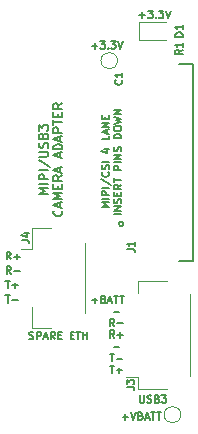
<source format=gbr>
%TF.GenerationSoftware,KiCad,Pcbnew,7.0.10*%
%TF.CreationDate,2024-02-01T11:04:59-05:00*%
%TF.ProjectId,quad_payload_adapter,71756164-5f70-4617-996c-6f61645f6164,rev?*%
%TF.SameCoordinates,Original*%
%TF.FileFunction,Legend,Top*%
%TF.FilePolarity,Positive*%
%FSLAX46Y46*%
G04 Gerber Fmt 4.6, Leading zero omitted, Abs format (unit mm)*
G04 Created by KiCad (PCBNEW 7.0.10) date 2024-02-01 11:04:59*
%MOMM*%
%LPD*%
G01*
G04 APERTURE LIST*
%ADD10C,0.127000*%
%ADD11C,0.152400*%
%ADD12C,0.120000*%
%ADD13C,0.200000*%
G04 APERTURE END LIST*
D10*
X101765099Y-116894779D02*
X102248909Y-116894779D01*
X102007004Y-117136684D02*
X102007004Y-116652874D01*
X102460575Y-116501684D02*
X102672241Y-117136684D01*
X102672241Y-117136684D02*
X102883908Y-116501684D01*
X103307242Y-116804065D02*
X103397956Y-116834303D01*
X103397956Y-116834303D02*
X103428194Y-116864541D01*
X103428194Y-116864541D02*
X103458432Y-116925017D01*
X103458432Y-116925017D02*
X103458432Y-117015731D01*
X103458432Y-117015731D02*
X103428194Y-117076207D01*
X103428194Y-117076207D02*
X103397956Y-117106446D01*
X103397956Y-117106446D02*
X103337480Y-117136684D01*
X103337480Y-117136684D02*
X103095575Y-117136684D01*
X103095575Y-117136684D02*
X103095575Y-116501684D01*
X103095575Y-116501684D02*
X103307242Y-116501684D01*
X103307242Y-116501684D02*
X103367718Y-116531922D01*
X103367718Y-116531922D02*
X103397956Y-116562160D01*
X103397956Y-116562160D02*
X103428194Y-116622636D01*
X103428194Y-116622636D02*
X103428194Y-116683112D01*
X103428194Y-116683112D02*
X103397956Y-116743588D01*
X103397956Y-116743588D02*
X103367718Y-116773826D01*
X103367718Y-116773826D02*
X103307242Y-116804065D01*
X103307242Y-116804065D02*
X103095575Y-116804065D01*
X103700337Y-116955255D02*
X104002718Y-116955255D01*
X103639861Y-117136684D02*
X103851527Y-116501684D01*
X103851527Y-116501684D02*
X104063194Y-117136684D01*
X104184147Y-116501684D02*
X104547004Y-116501684D01*
X104365575Y-117136684D02*
X104365575Y-116501684D01*
X104667957Y-116501684D02*
X105030814Y-116501684D01*
X104849385Y-117136684D02*
X104849385Y-116501684D01*
X99161600Y-85474979D02*
X99645410Y-85474979D01*
X99403505Y-85716884D02*
X99403505Y-85233074D01*
X99887314Y-85081884D02*
X100280409Y-85081884D01*
X100280409Y-85081884D02*
X100068742Y-85323788D01*
X100068742Y-85323788D02*
X100159457Y-85323788D01*
X100159457Y-85323788D02*
X100219933Y-85354026D01*
X100219933Y-85354026D02*
X100250171Y-85384265D01*
X100250171Y-85384265D02*
X100280409Y-85444741D01*
X100280409Y-85444741D02*
X100280409Y-85595931D01*
X100280409Y-85595931D02*
X100250171Y-85656407D01*
X100250171Y-85656407D02*
X100219933Y-85686646D01*
X100219933Y-85686646D02*
X100159457Y-85716884D01*
X100159457Y-85716884D02*
X99978028Y-85716884D01*
X99978028Y-85716884D02*
X99917552Y-85686646D01*
X99917552Y-85686646D02*
X99887314Y-85656407D01*
X100552552Y-85656407D02*
X100582790Y-85686646D01*
X100582790Y-85686646D02*
X100552552Y-85716884D01*
X100552552Y-85716884D02*
X100522314Y-85686646D01*
X100522314Y-85686646D02*
X100552552Y-85656407D01*
X100552552Y-85656407D02*
X100552552Y-85716884D01*
X100794457Y-85081884D02*
X101187552Y-85081884D01*
X101187552Y-85081884D02*
X100975885Y-85323788D01*
X100975885Y-85323788D02*
X101066600Y-85323788D01*
X101066600Y-85323788D02*
X101127076Y-85354026D01*
X101127076Y-85354026D02*
X101157314Y-85384265D01*
X101157314Y-85384265D02*
X101187552Y-85444741D01*
X101187552Y-85444741D02*
X101187552Y-85595931D01*
X101187552Y-85595931D02*
X101157314Y-85656407D01*
X101157314Y-85656407D02*
X101127076Y-85686646D01*
X101127076Y-85686646D02*
X101066600Y-85716884D01*
X101066600Y-85716884D02*
X100885171Y-85716884D01*
X100885171Y-85716884D02*
X100824695Y-85686646D01*
X100824695Y-85686646D02*
X100794457Y-85656407D01*
X101368981Y-85081884D02*
X101580647Y-85716884D01*
X101580647Y-85716884D02*
X101792314Y-85081884D01*
X100635684Y-99150476D02*
X100000684Y-99150476D01*
X100000684Y-99150476D02*
X100454255Y-98938809D01*
X100454255Y-98938809D02*
X100000684Y-98727143D01*
X100000684Y-98727143D02*
X100635684Y-98727143D01*
X100635684Y-98424762D02*
X100000684Y-98424762D01*
X100635684Y-98122381D02*
X100000684Y-98122381D01*
X100000684Y-98122381D02*
X100000684Y-97880476D01*
X100000684Y-97880476D02*
X100030922Y-97820000D01*
X100030922Y-97820000D02*
X100061160Y-97789762D01*
X100061160Y-97789762D02*
X100121636Y-97759524D01*
X100121636Y-97759524D02*
X100212350Y-97759524D01*
X100212350Y-97759524D02*
X100272826Y-97789762D01*
X100272826Y-97789762D02*
X100303065Y-97820000D01*
X100303065Y-97820000D02*
X100333303Y-97880476D01*
X100333303Y-97880476D02*
X100333303Y-98122381D01*
X100635684Y-97487381D02*
X100000684Y-97487381D01*
X99970446Y-96731429D02*
X100786874Y-97275714D01*
X100575207Y-96156905D02*
X100605446Y-96187143D01*
X100605446Y-96187143D02*
X100635684Y-96277857D01*
X100635684Y-96277857D02*
X100635684Y-96338333D01*
X100635684Y-96338333D02*
X100605446Y-96429048D01*
X100605446Y-96429048D02*
X100544969Y-96489524D01*
X100544969Y-96489524D02*
X100484493Y-96519762D01*
X100484493Y-96519762D02*
X100363541Y-96550000D01*
X100363541Y-96550000D02*
X100272826Y-96550000D01*
X100272826Y-96550000D02*
X100151874Y-96519762D01*
X100151874Y-96519762D02*
X100091398Y-96489524D01*
X100091398Y-96489524D02*
X100030922Y-96429048D01*
X100030922Y-96429048D02*
X100000684Y-96338333D01*
X100000684Y-96338333D02*
X100000684Y-96277857D01*
X100000684Y-96277857D02*
X100030922Y-96187143D01*
X100030922Y-96187143D02*
X100061160Y-96156905D01*
X100605446Y-95915000D02*
X100635684Y-95824286D01*
X100635684Y-95824286D02*
X100635684Y-95673095D01*
X100635684Y-95673095D02*
X100605446Y-95612619D01*
X100605446Y-95612619D02*
X100575207Y-95582381D01*
X100575207Y-95582381D02*
X100514731Y-95552143D01*
X100514731Y-95552143D02*
X100454255Y-95552143D01*
X100454255Y-95552143D02*
X100393779Y-95582381D01*
X100393779Y-95582381D02*
X100363541Y-95612619D01*
X100363541Y-95612619D02*
X100333303Y-95673095D01*
X100333303Y-95673095D02*
X100303065Y-95794048D01*
X100303065Y-95794048D02*
X100272826Y-95854524D01*
X100272826Y-95854524D02*
X100242588Y-95884762D01*
X100242588Y-95884762D02*
X100182112Y-95915000D01*
X100182112Y-95915000D02*
X100121636Y-95915000D01*
X100121636Y-95915000D02*
X100061160Y-95884762D01*
X100061160Y-95884762D02*
X100030922Y-95854524D01*
X100030922Y-95854524D02*
X100000684Y-95794048D01*
X100000684Y-95794048D02*
X100000684Y-95642857D01*
X100000684Y-95642857D02*
X100030922Y-95552143D01*
X100635684Y-95280000D02*
X100000684Y-95280000D01*
X100212350Y-94221666D02*
X100635684Y-94221666D01*
X99970446Y-94372857D02*
X100424017Y-94524047D01*
X100424017Y-94524047D02*
X100424017Y-94130952D01*
X100635684Y-93102856D02*
X100635684Y-93405237D01*
X100635684Y-93405237D02*
X100000684Y-93405237D01*
X100454255Y-92921427D02*
X100454255Y-92619046D01*
X100635684Y-92981903D02*
X100000684Y-92770237D01*
X100000684Y-92770237D02*
X100635684Y-92558570D01*
X100635684Y-92346903D02*
X100000684Y-92346903D01*
X100000684Y-92346903D02*
X100635684Y-91984046D01*
X100635684Y-91984046D02*
X100000684Y-91984046D01*
X100303065Y-91681665D02*
X100303065Y-91469998D01*
X100635684Y-91379284D02*
X100635684Y-91681665D01*
X100635684Y-91681665D02*
X100000684Y-91681665D01*
X100000684Y-91681665D02*
X100000684Y-91379284D01*
X100685476Y-111574014D02*
X101048333Y-111574014D01*
X100866904Y-112209014D02*
X100866904Y-111574014D01*
X101260000Y-111967109D02*
X101743810Y-111967109D01*
X100685476Y-112570680D02*
X101048333Y-112570680D01*
X100866904Y-113205680D02*
X100866904Y-112570680D01*
X101260000Y-112963775D02*
X101743810Y-112963775D01*
X101501905Y-113205680D02*
X101501905Y-112721870D01*
X101063452Y-110215682D02*
X100851785Y-109913301D01*
X100700595Y-110215682D02*
X100700595Y-109580682D01*
X100700595Y-109580682D02*
X100942500Y-109580682D01*
X100942500Y-109580682D02*
X101002976Y-109610920D01*
X101002976Y-109610920D02*
X101033214Y-109641158D01*
X101033214Y-109641158D02*
X101063452Y-109701634D01*
X101063452Y-109701634D02*
X101063452Y-109792348D01*
X101063452Y-109792348D02*
X101033214Y-109852824D01*
X101033214Y-109852824D02*
X101002976Y-109883063D01*
X101002976Y-109883063D02*
X100942500Y-109913301D01*
X100942500Y-109913301D02*
X100700595Y-109913301D01*
X101335595Y-109973777D02*
X101819405Y-109973777D01*
X101577500Y-110215682D02*
X101577500Y-109731872D01*
X101018095Y-107980445D02*
X101501905Y-107980445D01*
X101063452Y-109219016D02*
X100851785Y-108916635D01*
X100700595Y-109219016D02*
X100700595Y-108584016D01*
X100700595Y-108584016D02*
X100942500Y-108584016D01*
X100942500Y-108584016D02*
X101002976Y-108614254D01*
X101002976Y-108614254D02*
X101033214Y-108644492D01*
X101033214Y-108644492D02*
X101063452Y-108704968D01*
X101063452Y-108704968D02*
X101063452Y-108795682D01*
X101063452Y-108795682D02*
X101033214Y-108856158D01*
X101033214Y-108856158D02*
X101002976Y-108886397D01*
X101002976Y-108886397D02*
X100942500Y-108916635D01*
X100942500Y-108916635D02*
X100700595Y-108916635D01*
X101335595Y-108977111D02*
X101819405Y-108977111D01*
X101018095Y-110970443D02*
X101501905Y-110970443D01*
X99154642Y-107043779D02*
X99638452Y-107043779D01*
X99396547Y-107285684D02*
X99396547Y-106801874D01*
X100152499Y-106953065D02*
X100243213Y-106983303D01*
X100243213Y-106983303D02*
X100273451Y-107013541D01*
X100273451Y-107013541D02*
X100303689Y-107074017D01*
X100303689Y-107074017D02*
X100303689Y-107164731D01*
X100303689Y-107164731D02*
X100273451Y-107225207D01*
X100273451Y-107225207D02*
X100243213Y-107255446D01*
X100243213Y-107255446D02*
X100182737Y-107285684D01*
X100182737Y-107285684D02*
X99940832Y-107285684D01*
X99940832Y-107285684D02*
X99940832Y-106650684D01*
X99940832Y-106650684D02*
X100152499Y-106650684D01*
X100152499Y-106650684D02*
X100212975Y-106680922D01*
X100212975Y-106680922D02*
X100243213Y-106711160D01*
X100243213Y-106711160D02*
X100273451Y-106771636D01*
X100273451Y-106771636D02*
X100273451Y-106832112D01*
X100273451Y-106832112D02*
X100243213Y-106892588D01*
X100243213Y-106892588D02*
X100212975Y-106922826D01*
X100212975Y-106922826D02*
X100152499Y-106953065D01*
X100152499Y-106953065D02*
X99940832Y-106953065D01*
X100545594Y-107104255D02*
X100847975Y-107104255D01*
X100485118Y-107285684D02*
X100696784Y-106650684D01*
X100696784Y-106650684D02*
X100908451Y-107285684D01*
X101029404Y-106650684D02*
X101392261Y-106650684D01*
X101210832Y-107285684D02*
X101210832Y-106650684D01*
X101513214Y-106650684D02*
X101876071Y-106650684D01*
X101694642Y-107285684D02*
X101694642Y-106650684D01*
X91855476Y-106600684D02*
X92218333Y-106600684D01*
X92036904Y-107235684D02*
X92036904Y-106600684D01*
X92430000Y-106993779D02*
X92913810Y-106993779D01*
X92309047Y-104789017D02*
X92097380Y-104486636D01*
X91946190Y-104789017D02*
X91946190Y-104154017D01*
X91946190Y-104154017D02*
X92188095Y-104154017D01*
X92188095Y-104154017D02*
X92248571Y-104184255D01*
X92248571Y-104184255D02*
X92278809Y-104214493D01*
X92278809Y-104214493D02*
X92309047Y-104274969D01*
X92309047Y-104274969D02*
X92309047Y-104365683D01*
X92309047Y-104365683D02*
X92278809Y-104426159D01*
X92278809Y-104426159D02*
X92248571Y-104456398D01*
X92248571Y-104456398D02*
X92188095Y-104486636D01*
X92188095Y-104486636D02*
X91946190Y-104486636D01*
X92581190Y-104547112D02*
X93065000Y-104547112D01*
X91855476Y-105377350D02*
X92218333Y-105377350D01*
X92036904Y-106012350D02*
X92036904Y-105377350D01*
X92430000Y-105770445D02*
X92913810Y-105770445D01*
X92671905Y-106012350D02*
X92671905Y-105528540D01*
X92309047Y-103565684D02*
X92097380Y-103263303D01*
X91946190Y-103565684D02*
X91946190Y-102930684D01*
X91946190Y-102930684D02*
X92188095Y-102930684D01*
X92188095Y-102930684D02*
X92248571Y-102960922D01*
X92248571Y-102960922D02*
X92278809Y-102991160D01*
X92278809Y-102991160D02*
X92309047Y-103051636D01*
X92309047Y-103051636D02*
X92309047Y-103142350D01*
X92309047Y-103142350D02*
X92278809Y-103202826D01*
X92278809Y-103202826D02*
X92248571Y-103233065D01*
X92248571Y-103233065D02*
X92188095Y-103263303D01*
X92188095Y-103263303D02*
X91946190Y-103263303D01*
X92581190Y-103323779D02*
X93065000Y-103323779D01*
X92823095Y-103565684D02*
X92823095Y-103081874D01*
X93862675Y-110299246D02*
X93953389Y-110329484D01*
X93953389Y-110329484D02*
X94104580Y-110329484D01*
X94104580Y-110329484D02*
X94165056Y-110299246D01*
X94165056Y-110299246D02*
X94195294Y-110269007D01*
X94195294Y-110269007D02*
X94225532Y-110208531D01*
X94225532Y-110208531D02*
X94225532Y-110148055D01*
X94225532Y-110148055D02*
X94195294Y-110087579D01*
X94195294Y-110087579D02*
X94165056Y-110057341D01*
X94165056Y-110057341D02*
X94104580Y-110027103D01*
X94104580Y-110027103D02*
X93983627Y-109996865D01*
X93983627Y-109996865D02*
X93923151Y-109966626D01*
X93923151Y-109966626D02*
X93892913Y-109936388D01*
X93892913Y-109936388D02*
X93862675Y-109875912D01*
X93862675Y-109875912D02*
X93862675Y-109815436D01*
X93862675Y-109815436D02*
X93892913Y-109754960D01*
X93892913Y-109754960D02*
X93923151Y-109724722D01*
X93923151Y-109724722D02*
X93983627Y-109694484D01*
X93983627Y-109694484D02*
X94134818Y-109694484D01*
X94134818Y-109694484D02*
X94225532Y-109724722D01*
X94497675Y-110329484D02*
X94497675Y-109694484D01*
X94497675Y-109694484D02*
X94739580Y-109694484D01*
X94739580Y-109694484D02*
X94800056Y-109724722D01*
X94800056Y-109724722D02*
X94830294Y-109754960D01*
X94830294Y-109754960D02*
X94860532Y-109815436D01*
X94860532Y-109815436D02*
X94860532Y-109906150D01*
X94860532Y-109906150D02*
X94830294Y-109966626D01*
X94830294Y-109966626D02*
X94800056Y-109996865D01*
X94800056Y-109996865D02*
X94739580Y-110027103D01*
X94739580Y-110027103D02*
X94497675Y-110027103D01*
X95102437Y-110148055D02*
X95404818Y-110148055D01*
X95041961Y-110329484D02*
X95253627Y-109694484D01*
X95253627Y-109694484D02*
X95465294Y-110329484D01*
X96039818Y-110329484D02*
X95828151Y-110027103D01*
X95676961Y-110329484D02*
X95676961Y-109694484D01*
X95676961Y-109694484D02*
X95918866Y-109694484D01*
X95918866Y-109694484D02*
X95979342Y-109724722D01*
X95979342Y-109724722D02*
X96009580Y-109754960D01*
X96009580Y-109754960D02*
X96039818Y-109815436D01*
X96039818Y-109815436D02*
X96039818Y-109906150D01*
X96039818Y-109906150D02*
X96009580Y-109966626D01*
X96009580Y-109966626D02*
X95979342Y-109996865D01*
X95979342Y-109996865D02*
X95918866Y-110027103D01*
X95918866Y-110027103D02*
X95676961Y-110027103D01*
X96311961Y-109996865D02*
X96523628Y-109996865D01*
X96614342Y-110329484D02*
X96311961Y-110329484D01*
X96311961Y-110329484D02*
X96311961Y-109694484D01*
X96311961Y-109694484D02*
X96614342Y-109694484D01*
X97370295Y-109996865D02*
X97581962Y-109996865D01*
X97672676Y-110329484D02*
X97370295Y-110329484D01*
X97370295Y-110329484D02*
X97370295Y-109694484D01*
X97370295Y-109694484D02*
X97672676Y-109694484D01*
X97854105Y-109694484D02*
X98216962Y-109694484D01*
X98035533Y-110329484D02*
X98035533Y-109694484D01*
X98428629Y-110329484D02*
X98428629Y-109694484D01*
X98428629Y-109996865D02*
X98791486Y-109996865D01*
X98791486Y-110329484D02*
X98791486Y-109694484D01*
X103216309Y-115060684D02*
X103216309Y-115574731D01*
X103216309Y-115574731D02*
X103246547Y-115635207D01*
X103246547Y-115635207D02*
X103276785Y-115665446D01*
X103276785Y-115665446D02*
X103337261Y-115695684D01*
X103337261Y-115695684D02*
X103458214Y-115695684D01*
X103458214Y-115695684D02*
X103518690Y-115665446D01*
X103518690Y-115665446D02*
X103548928Y-115635207D01*
X103548928Y-115635207D02*
X103579166Y-115574731D01*
X103579166Y-115574731D02*
X103579166Y-115060684D01*
X103851309Y-115665446D02*
X103942023Y-115695684D01*
X103942023Y-115695684D02*
X104093214Y-115695684D01*
X104093214Y-115695684D02*
X104153690Y-115665446D01*
X104153690Y-115665446D02*
X104183928Y-115635207D01*
X104183928Y-115635207D02*
X104214166Y-115574731D01*
X104214166Y-115574731D02*
X104214166Y-115514255D01*
X104214166Y-115514255D02*
X104183928Y-115453779D01*
X104183928Y-115453779D02*
X104153690Y-115423541D01*
X104153690Y-115423541D02*
X104093214Y-115393303D01*
X104093214Y-115393303D02*
X103972261Y-115363065D01*
X103972261Y-115363065D02*
X103911785Y-115332826D01*
X103911785Y-115332826D02*
X103881547Y-115302588D01*
X103881547Y-115302588D02*
X103851309Y-115242112D01*
X103851309Y-115242112D02*
X103851309Y-115181636D01*
X103851309Y-115181636D02*
X103881547Y-115121160D01*
X103881547Y-115121160D02*
X103911785Y-115090922D01*
X103911785Y-115090922D02*
X103972261Y-115060684D01*
X103972261Y-115060684D02*
X104123452Y-115060684D01*
X104123452Y-115060684D02*
X104214166Y-115090922D01*
X104697976Y-115363065D02*
X104788690Y-115393303D01*
X104788690Y-115393303D02*
X104818928Y-115423541D01*
X104818928Y-115423541D02*
X104849166Y-115484017D01*
X104849166Y-115484017D02*
X104849166Y-115574731D01*
X104849166Y-115574731D02*
X104818928Y-115635207D01*
X104818928Y-115635207D02*
X104788690Y-115665446D01*
X104788690Y-115665446D02*
X104728214Y-115695684D01*
X104728214Y-115695684D02*
X104486309Y-115695684D01*
X104486309Y-115695684D02*
X104486309Y-115060684D01*
X104486309Y-115060684D02*
X104697976Y-115060684D01*
X104697976Y-115060684D02*
X104758452Y-115090922D01*
X104758452Y-115090922D02*
X104788690Y-115121160D01*
X104788690Y-115121160D02*
X104818928Y-115181636D01*
X104818928Y-115181636D02*
X104818928Y-115242112D01*
X104818928Y-115242112D02*
X104788690Y-115302588D01*
X104788690Y-115302588D02*
X104758452Y-115332826D01*
X104758452Y-115332826D02*
X104697976Y-115363065D01*
X104697976Y-115363065D02*
X104486309Y-115363065D01*
X105060833Y-115060684D02*
X105453928Y-115060684D01*
X105453928Y-115060684D02*
X105242261Y-115302588D01*
X105242261Y-115302588D02*
X105332976Y-115302588D01*
X105332976Y-115302588D02*
X105393452Y-115332826D01*
X105393452Y-115332826D02*
X105423690Y-115363065D01*
X105423690Y-115363065D02*
X105453928Y-115423541D01*
X105453928Y-115423541D02*
X105453928Y-115574731D01*
X105453928Y-115574731D02*
X105423690Y-115635207D01*
X105423690Y-115635207D02*
X105393452Y-115665446D01*
X105393452Y-115665446D02*
X105332976Y-115695684D01*
X105332976Y-115695684D02*
X105151547Y-115695684D01*
X105151547Y-115695684D02*
X105091071Y-115665446D01*
X105091071Y-115665446D02*
X105060833Y-115635207D01*
X101655684Y-99744762D02*
X101020684Y-99744762D01*
X101655684Y-99442381D02*
X101020684Y-99442381D01*
X101020684Y-99442381D02*
X101655684Y-99079524D01*
X101655684Y-99079524D02*
X101020684Y-99079524D01*
X101625446Y-98807381D02*
X101655684Y-98716667D01*
X101655684Y-98716667D02*
X101655684Y-98565476D01*
X101655684Y-98565476D02*
X101625446Y-98505000D01*
X101625446Y-98505000D02*
X101595207Y-98474762D01*
X101595207Y-98474762D02*
X101534731Y-98444524D01*
X101534731Y-98444524D02*
X101474255Y-98444524D01*
X101474255Y-98444524D02*
X101413779Y-98474762D01*
X101413779Y-98474762D02*
X101383541Y-98505000D01*
X101383541Y-98505000D02*
X101353303Y-98565476D01*
X101353303Y-98565476D02*
X101323065Y-98686429D01*
X101323065Y-98686429D02*
X101292826Y-98746905D01*
X101292826Y-98746905D02*
X101262588Y-98777143D01*
X101262588Y-98777143D02*
X101202112Y-98807381D01*
X101202112Y-98807381D02*
X101141636Y-98807381D01*
X101141636Y-98807381D02*
X101081160Y-98777143D01*
X101081160Y-98777143D02*
X101050922Y-98746905D01*
X101050922Y-98746905D02*
X101020684Y-98686429D01*
X101020684Y-98686429D02*
X101020684Y-98535238D01*
X101020684Y-98535238D02*
X101050922Y-98444524D01*
X101323065Y-98172381D02*
X101323065Y-97960714D01*
X101655684Y-97870000D02*
X101655684Y-98172381D01*
X101655684Y-98172381D02*
X101020684Y-98172381D01*
X101020684Y-98172381D02*
X101020684Y-97870000D01*
X101655684Y-97235000D02*
X101353303Y-97446667D01*
X101655684Y-97597857D02*
X101020684Y-97597857D01*
X101020684Y-97597857D02*
X101020684Y-97355952D01*
X101020684Y-97355952D02*
X101050922Y-97295476D01*
X101050922Y-97295476D02*
X101081160Y-97265238D01*
X101081160Y-97265238D02*
X101141636Y-97235000D01*
X101141636Y-97235000D02*
X101232350Y-97235000D01*
X101232350Y-97235000D02*
X101292826Y-97265238D01*
X101292826Y-97265238D02*
X101323065Y-97295476D01*
X101323065Y-97295476D02*
X101353303Y-97355952D01*
X101353303Y-97355952D02*
X101353303Y-97597857D01*
X101020684Y-97053571D02*
X101020684Y-96690714D01*
X101655684Y-96872143D02*
X101020684Y-96872143D01*
X101655684Y-95995237D02*
X101020684Y-95995237D01*
X101020684Y-95995237D02*
X101020684Y-95753332D01*
X101020684Y-95753332D02*
X101050922Y-95692856D01*
X101050922Y-95692856D02*
X101081160Y-95662618D01*
X101081160Y-95662618D02*
X101141636Y-95632380D01*
X101141636Y-95632380D02*
X101232350Y-95632380D01*
X101232350Y-95632380D02*
X101292826Y-95662618D01*
X101292826Y-95662618D02*
X101323065Y-95692856D01*
X101323065Y-95692856D02*
X101353303Y-95753332D01*
X101353303Y-95753332D02*
X101353303Y-95995237D01*
X101655684Y-95360237D02*
X101020684Y-95360237D01*
X101655684Y-95057856D02*
X101020684Y-95057856D01*
X101020684Y-95057856D02*
X101655684Y-94694999D01*
X101655684Y-94694999D02*
X101020684Y-94694999D01*
X101625446Y-94422856D02*
X101655684Y-94332142D01*
X101655684Y-94332142D02*
X101655684Y-94180951D01*
X101655684Y-94180951D02*
X101625446Y-94120475D01*
X101625446Y-94120475D02*
X101595207Y-94090237D01*
X101595207Y-94090237D02*
X101534731Y-94059999D01*
X101534731Y-94059999D02*
X101474255Y-94059999D01*
X101474255Y-94059999D02*
X101413779Y-94090237D01*
X101413779Y-94090237D02*
X101383541Y-94120475D01*
X101383541Y-94120475D02*
X101353303Y-94180951D01*
X101353303Y-94180951D02*
X101323065Y-94301904D01*
X101323065Y-94301904D02*
X101292826Y-94362380D01*
X101292826Y-94362380D02*
X101262588Y-94392618D01*
X101262588Y-94392618D02*
X101202112Y-94422856D01*
X101202112Y-94422856D02*
X101141636Y-94422856D01*
X101141636Y-94422856D02*
X101081160Y-94392618D01*
X101081160Y-94392618D02*
X101050922Y-94362380D01*
X101050922Y-94362380D02*
X101020684Y-94301904D01*
X101020684Y-94301904D02*
X101020684Y-94150713D01*
X101020684Y-94150713D02*
X101050922Y-94059999D01*
X101655684Y-93304046D02*
X101020684Y-93304046D01*
X101020684Y-93304046D02*
X101020684Y-93152856D01*
X101020684Y-93152856D02*
X101050922Y-93062141D01*
X101050922Y-93062141D02*
X101111398Y-93001665D01*
X101111398Y-93001665D02*
X101171874Y-92971427D01*
X101171874Y-92971427D02*
X101292826Y-92941189D01*
X101292826Y-92941189D02*
X101383541Y-92941189D01*
X101383541Y-92941189D02*
X101504493Y-92971427D01*
X101504493Y-92971427D02*
X101564969Y-93001665D01*
X101564969Y-93001665D02*
X101625446Y-93062141D01*
X101625446Y-93062141D02*
X101655684Y-93152856D01*
X101655684Y-93152856D02*
X101655684Y-93304046D01*
X101020684Y-92548094D02*
X101020684Y-92427141D01*
X101020684Y-92427141D02*
X101050922Y-92366665D01*
X101050922Y-92366665D02*
X101111398Y-92306189D01*
X101111398Y-92306189D02*
X101232350Y-92275951D01*
X101232350Y-92275951D02*
X101444017Y-92275951D01*
X101444017Y-92275951D02*
X101564969Y-92306189D01*
X101564969Y-92306189D02*
X101625446Y-92366665D01*
X101625446Y-92366665D02*
X101655684Y-92427141D01*
X101655684Y-92427141D02*
X101655684Y-92548094D01*
X101655684Y-92548094D02*
X101625446Y-92608570D01*
X101625446Y-92608570D02*
X101564969Y-92669046D01*
X101564969Y-92669046D02*
X101444017Y-92699284D01*
X101444017Y-92699284D02*
X101232350Y-92699284D01*
X101232350Y-92699284D02*
X101111398Y-92669046D01*
X101111398Y-92669046D02*
X101050922Y-92608570D01*
X101050922Y-92608570D02*
X101020684Y-92548094D01*
X101020684Y-92064284D02*
X101655684Y-91913094D01*
X101655684Y-91913094D02*
X101202112Y-91792141D01*
X101202112Y-91792141D02*
X101655684Y-91671189D01*
X101655684Y-91671189D02*
X101020684Y-91519999D01*
X101655684Y-91278094D02*
X101020684Y-91278094D01*
X101020684Y-91278094D02*
X101655684Y-90915237D01*
X101655684Y-90915237D02*
X101020684Y-90915237D01*
X103200000Y-82893779D02*
X103683810Y-82893779D01*
X103441905Y-83135684D02*
X103441905Y-82651874D01*
X103925714Y-82500684D02*
X104318809Y-82500684D01*
X104318809Y-82500684D02*
X104107142Y-82742588D01*
X104107142Y-82742588D02*
X104197857Y-82742588D01*
X104197857Y-82742588D02*
X104258333Y-82772826D01*
X104258333Y-82772826D02*
X104288571Y-82803065D01*
X104288571Y-82803065D02*
X104318809Y-82863541D01*
X104318809Y-82863541D02*
X104318809Y-83014731D01*
X104318809Y-83014731D02*
X104288571Y-83075207D01*
X104288571Y-83075207D02*
X104258333Y-83105446D01*
X104258333Y-83105446D02*
X104197857Y-83135684D01*
X104197857Y-83135684D02*
X104016428Y-83135684D01*
X104016428Y-83135684D02*
X103955952Y-83105446D01*
X103955952Y-83105446D02*
X103925714Y-83075207D01*
X104590952Y-83075207D02*
X104621190Y-83105446D01*
X104621190Y-83105446D02*
X104590952Y-83135684D01*
X104590952Y-83135684D02*
X104560714Y-83105446D01*
X104560714Y-83105446D02*
X104590952Y-83075207D01*
X104590952Y-83075207D02*
X104590952Y-83135684D01*
X104832857Y-82500684D02*
X105225952Y-82500684D01*
X105225952Y-82500684D02*
X105014285Y-82742588D01*
X105014285Y-82742588D02*
X105105000Y-82742588D01*
X105105000Y-82742588D02*
X105165476Y-82772826D01*
X105165476Y-82772826D02*
X105195714Y-82803065D01*
X105195714Y-82803065D02*
X105225952Y-82863541D01*
X105225952Y-82863541D02*
X105225952Y-83014731D01*
X105225952Y-83014731D02*
X105195714Y-83075207D01*
X105195714Y-83075207D02*
X105165476Y-83105446D01*
X105165476Y-83105446D02*
X105105000Y-83135684D01*
X105105000Y-83135684D02*
X104923571Y-83135684D01*
X104923571Y-83135684D02*
X104863095Y-83105446D01*
X104863095Y-83105446D02*
X104832857Y-83075207D01*
X105407381Y-82500684D02*
X105619047Y-83135684D01*
X105619047Y-83135684D02*
X105830714Y-82500684D01*
D11*
X95452000Y-98032856D02*
X94690000Y-98032856D01*
X94690000Y-98032856D02*
X95234286Y-97778856D01*
X95234286Y-97778856D02*
X94690000Y-97524856D01*
X94690000Y-97524856D02*
X95452000Y-97524856D01*
X95452000Y-97161999D02*
X94690000Y-97161999D01*
X95452000Y-96799142D02*
X94690000Y-96799142D01*
X94690000Y-96799142D02*
X94690000Y-96508856D01*
X94690000Y-96508856D02*
X94726286Y-96436285D01*
X94726286Y-96436285D02*
X94762572Y-96399999D01*
X94762572Y-96399999D02*
X94835143Y-96363713D01*
X94835143Y-96363713D02*
X94944000Y-96363713D01*
X94944000Y-96363713D02*
X95016572Y-96399999D01*
X95016572Y-96399999D02*
X95052857Y-96436285D01*
X95052857Y-96436285D02*
X95089143Y-96508856D01*
X95089143Y-96508856D02*
X95089143Y-96799142D01*
X95452000Y-96037142D02*
X94690000Y-96037142D01*
X94653715Y-95129999D02*
X95633429Y-95783142D01*
X94690000Y-94875999D02*
X95306857Y-94875999D01*
X95306857Y-94875999D02*
X95379429Y-94839713D01*
X95379429Y-94839713D02*
X95415715Y-94803428D01*
X95415715Y-94803428D02*
X95452000Y-94730856D01*
X95452000Y-94730856D02*
X95452000Y-94585713D01*
X95452000Y-94585713D02*
X95415715Y-94513142D01*
X95415715Y-94513142D02*
X95379429Y-94476856D01*
X95379429Y-94476856D02*
X95306857Y-94440570D01*
X95306857Y-94440570D02*
X94690000Y-94440570D01*
X95415715Y-94113999D02*
X95452000Y-94005142D01*
X95452000Y-94005142D02*
X95452000Y-93823713D01*
X95452000Y-93823713D02*
X95415715Y-93751142D01*
X95415715Y-93751142D02*
X95379429Y-93714856D01*
X95379429Y-93714856D02*
X95306857Y-93678570D01*
X95306857Y-93678570D02*
X95234286Y-93678570D01*
X95234286Y-93678570D02*
X95161715Y-93714856D01*
X95161715Y-93714856D02*
X95125429Y-93751142D01*
X95125429Y-93751142D02*
X95089143Y-93823713D01*
X95089143Y-93823713D02*
X95052857Y-93968856D01*
X95052857Y-93968856D02*
X95016572Y-94041427D01*
X95016572Y-94041427D02*
X94980286Y-94077713D01*
X94980286Y-94077713D02*
X94907715Y-94113999D01*
X94907715Y-94113999D02*
X94835143Y-94113999D01*
X94835143Y-94113999D02*
X94762572Y-94077713D01*
X94762572Y-94077713D02*
X94726286Y-94041427D01*
X94726286Y-94041427D02*
X94690000Y-93968856D01*
X94690000Y-93968856D02*
X94690000Y-93787427D01*
X94690000Y-93787427D02*
X94726286Y-93678570D01*
X95052857Y-93097999D02*
X95089143Y-92989142D01*
X95089143Y-92989142D02*
X95125429Y-92952856D01*
X95125429Y-92952856D02*
X95198000Y-92916570D01*
X95198000Y-92916570D02*
X95306857Y-92916570D01*
X95306857Y-92916570D02*
X95379429Y-92952856D01*
X95379429Y-92952856D02*
X95415715Y-92989142D01*
X95415715Y-92989142D02*
X95452000Y-93061713D01*
X95452000Y-93061713D02*
X95452000Y-93351999D01*
X95452000Y-93351999D02*
X94690000Y-93351999D01*
X94690000Y-93351999D02*
X94690000Y-93097999D01*
X94690000Y-93097999D02*
X94726286Y-93025428D01*
X94726286Y-93025428D02*
X94762572Y-92989142D01*
X94762572Y-92989142D02*
X94835143Y-92952856D01*
X94835143Y-92952856D02*
X94907715Y-92952856D01*
X94907715Y-92952856D02*
X94980286Y-92989142D01*
X94980286Y-92989142D02*
X95016572Y-93025428D01*
X95016572Y-93025428D02*
X95052857Y-93097999D01*
X95052857Y-93097999D02*
X95052857Y-93351999D01*
X94690000Y-92662570D02*
X94690000Y-92190856D01*
X94690000Y-92190856D02*
X94980286Y-92444856D01*
X94980286Y-92444856D02*
X94980286Y-92335999D01*
X94980286Y-92335999D02*
X95016572Y-92263428D01*
X95016572Y-92263428D02*
X95052857Y-92227142D01*
X95052857Y-92227142D02*
X95125429Y-92190856D01*
X95125429Y-92190856D02*
X95306857Y-92190856D01*
X95306857Y-92190856D02*
X95379429Y-92227142D01*
X95379429Y-92227142D02*
X95415715Y-92263428D01*
X95415715Y-92263428D02*
X95452000Y-92335999D01*
X95452000Y-92335999D02*
X95452000Y-92553713D01*
X95452000Y-92553713D02*
X95415715Y-92626285D01*
X95415715Y-92626285D02*
X95379429Y-92662570D01*
X96606249Y-99429856D02*
X96642535Y-99466142D01*
X96642535Y-99466142D02*
X96678820Y-99574999D01*
X96678820Y-99574999D02*
X96678820Y-99647571D01*
X96678820Y-99647571D02*
X96642535Y-99756428D01*
X96642535Y-99756428D02*
X96569963Y-99828999D01*
X96569963Y-99828999D02*
X96497392Y-99865285D01*
X96497392Y-99865285D02*
X96352249Y-99901571D01*
X96352249Y-99901571D02*
X96243392Y-99901571D01*
X96243392Y-99901571D02*
X96098249Y-99865285D01*
X96098249Y-99865285D02*
X96025677Y-99828999D01*
X96025677Y-99828999D02*
X95953106Y-99756428D01*
X95953106Y-99756428D02*
X95916820Y-99647571D01*
X95916820Y-99647571D02*
X95916820Y-99574999D01*
X95916820Y-99574999D02*
X95953106Y-99466142D01*
X95953106Y-99466142D02*
X95989392Y-99429856D01*
X96461106Y-99139571D02*
X96461106Y-98776714D01*
X96678820Y-99212142D02*
X95916820Y-98958142D01*
X95916820Y-98958142D02*
X96678820Y-98704142D01*
X96678820Y-98450142D02*
X95916820Y-98450142D01*
X95916820Y-98450142D02*
X96461106Y-98196142D01*
X96461106Y-98196142D02*
X95916820Y-97942142D01*
X95916820Y-97942142D02*
X96678820Y-97942142D01*
X96279677Y-97579285D02*
X96279677Y-97325285D01*
X96678820Y-97216428D02*
X96678820Y-97579285D01*
X96678820Y-97579285D02*
X95916820Y-97579285D01*
X95916820Y-97579285D02*
X95916820Y-97216428D01*
X96678820Y-96454427D02*
X96315963Y-96708427D01*
X96678820Y-96889856D02*
X95916820Y-96889856D01*
X95916820Y-96889856D02*
X95916820Y-96599570D01*
X95916820Y-96599570D02*
X95953106Y-96526999D01*
X95953106Y-96526999D02*
X95989392Y-96490713D01*
X95989392Y-96490713D02*
X96061963Y-96454427D01*
X96061963Y-96454427D02*
X96170820Y-96454427D01*
X96170820Y-96454427D02*
X96243392Y-96490713D01*
X96243392Y-96490713D02*
X96279677Y-96526999D01*
X96279677Y-96526999D02*
X96315963Y-96599570D01*
X96315963Y-96599570D02*
X96315963Y-96889856D01*
X96461106Y-96164142D02*
X96461106Y-95801285D01*
X96678820Y-96236713D02*
X95916820Y-95982713D01*
X95916820Y-95982713D02*
X96678820Y-95728713D01*
X96461106Y-94930428D02*
X96461106Y-94567571D01*
X96678820Y-95002999D02*
X95916820Y-94748999D01*
X95916820Y-94748999D02*
X96678820Y-94494999D01*
X96678820Y-94240999D02*
X95916820Y-94240999D01*
X95916820Y-94240999D02*
X95916820Y-94059570D01*
X95916820Y-94059570D02*
X95953106Y-93950713D01*
X95953106Y-93950713D02*
X96025677Y-93878142D01*
X96025677Y-93878142D02*
X96098249Y-93841856D01*
X96098249Y-93841856D02*
X96243392Y-93805570D01*
X96243392Y-93805570D02*
X96352249Y-93805570D01*
X96352249Y-93805570D02*
X96497392Y-93841856D01*
X96497392Y-93841856D02*
X96569963Y-93878142D01*
X96569963Y-93878142D02*
X96642535Y-93950713D01*
X96642535Y-93950713D02*
X96678820Y-94059570D01*
X96678820Y-94059570D02*
X96678820Y-94240999D01*
X96461106Y-93515285D02*
X96461106Y-93152428D01*
X96678820Y-93587856D02*
X95916820Y-93333856D01*
X95916820Y-93333856D02*
X96678820Y-93079856D01*
X96678820Y-92825856D02*
X95916820Y-92825856D01*
X95916820Y-92825856D02*
X95916820Y-92535570D01*
X95916820Y-92535570D02*
X95953106Y-92462999D01*
X95953106Y-92462999D02*
X95989392Y-92426713D01*
X95989392Y-92426713D02*
X96061963Y-92390427D01*
X96061963Y-92390427D02*
X96170820Y-92390427D01*
X96170820Y-92390427D02*
X96243392Y-92426713D01*
X96243392Y-92426713D02*
X96279677Y-92462999D01*
X96279677Y-92462999D02*
X96315963Y-92535570D01*
X96315963Y-92535570D02*
X96315963Y-92825856D01*
X95916820Y-92172713D02*
X95916820Y-91737285D01*
X96678820Y-91954999D02*
X95916820Y-91954999D01*
X96279677Y-91483285D02*
X96279677Y-91229285D01*
X96678820Y-91120428D02*
X96678820Y-91483285D01*
X96678820Y-91483285D02*
X95916820Y-91483285D01*
X95916820Y-91483285D02*
X95916820Y-91120428D01*
X96678820Y-90358427D02*
X96315963Y-90612427D01*
X96678820Y-90793856D02*
X95916820Y-90793856D01*
X95916820Y-90793856D02*
X95916820Y-90503570D01*
X95916820Y-90503570D02*
X95953106Y-90430999D01*
X95953106Y-90430999D02*
X95989392Y-90394713D01*
X95989392Y-90394713D02*
X96061963Y-90358427D01*
X96061963Y-90358427D02*
X96170820Y-90358427D01*
X96170820Y-90358427D02*
X96243392Y-90394713D01*
X96243392Y-90394713D02*
X96279677Y-90430999D01*
X96279677Y-90430999D02*
X96315963Y-90503570D01*
X96315963Y-90503570D02*
X96315963Y-90793856D01*
D10*
X93212159Y-101941666D02*
X93665730Y-101941666D01*
X93665730Y-101941666D02*
X93756444Y-101971905D01*
X93756444Y-101971905D02*
X93816921Y-102032381D01*
X93816921Y-102032381D02*
X93847159Y-102123095D01*
X93847159Y-102123095D02*
X93847159Y-102183571D01*
X93423825Y-101367142D02*
X93847159Y-101367142D01*
X93181921Y-101518333D02*
X93635492Y-101669523D01*
X93635492Y-101669523D02*
X93635492Y-101276428D01*
X106868159Y-85815833D02*
X106565778Y-86027500D01*
X106868159Y-86178690D02*
X106233159Y-86178690D01*
X106233159Y-86178690D02*
X106233159Y-85936785D01*
X106233159Y-85936785D02*
X106263397Y-85876309D01*
X106263397Y-85876309D02*
X106293635Y-85846071D01*
X106293635Y-85846071D02*
X106354111Y-85815833D01*
X106354111Y-85815833D02*
X106444825Y-85815833D01*
X106444825Y-85815833D02*
X106505301Y-85846071D01*
X106505301Y-85846071D02*
X106535540Y-85876309D01*
X106535540Y-85876309D02*
X106565778Y-85936785D01*
X106565778Y-85936785D02*
X106565778Y-86178690D01*
X106868159Y-85211071D02*
X106868159Y-85573928D01*
X106868159Y-85392500D02*
X106233159Y-85392500D01*
X106233159Y-85392500D02*
X106323873Y-85452976D01*
X106323873Y-85452976D02*
X106384349Y-85513452D01*
X106384349Y-85513452D02*
X106414587Y-85573928D01*
X102145058Y-102689065D02*
X102598629Y-102689065D01*
X102598629Y-102689065D02*
X102689343Y-102719304D01*
X102689343Y-102719304D02*
X102749820Y-102779780D01*
X102749820Y-102779780D02*
X102780058Y-102870494D01*
X102780058Y-102870494D02*
X102780058Y-102930970D01*
X102780058Y-102054065D02*
X102780058Y-102416922D01*
X102780058Y-102235494D02*
X102145058Y-102235494D01*
X102145058Y-102235494D02*
X102235772Y-102295970D01*
X102235772Y-102295970D02*
X102296248Y-102356446D01*
X102296248Y-102356446D02*
X102326486Y-102416922D01*
X101696682Y-88369233D02*
X101726921Y-88399471D01*
X101726921Y-88399471D02*
X101757159Y-88490185D01*
X101757159Y-88490185D02*
X101757159Y-88550661D01*
X101757159Y-88550661D02*
X101726921Y-88641376D01*
X101726921Y-88641376D02*
X101666444Y-88701852D01*
X101666444Y-88701852D02*
X101605968Y-88732090D01*
X101605968Y-88732090D02*
X101485016Y-88762328D01*
X101485016Y-88762328D02*
X101394301Y-88762328D01*
X101394301Y-88762328D02*
X101273349Y-88732090D01*
X101273349Y-88732090D02*
X101212873Y-88701852D01*
X101212873Y-88701852D02*
X101152397Y-88641376D01*
X101152397Y-88641376D02*
X101122159Y-88550661D01*
X101122159Y-88550661D02*
X101122159Y-88490185D01*
X101122159Y-88490185D02*
X101152397Y-88399471D01*
X101152397Y-88399471D02*
X101182635Y-88369233D01*
X101757159Y-87764471D02*
X101757159Y-88127328D01*
X101757159Y-87945900D02*
X101122159Y-87945900D01*
X101122159Y-87945900D02*
X101212873Y-88006376D01*
X101212873Y-88006376D02*
X101273349Y-88066852D01*
X101273349Y-88066852D02*
X101303587Y-88127328D01*
X106868159Y-84697690D02*
X106233159Y-84697690D01*
X106233159Y-84697690D02*
X106233159Y-84546500D01*
X106233159Y-84546500D02*
X106263397Y-84455785D01*
X106263397Y-84455785D02*
X106323873Y-84395309D01*
X106323873Y-84395309D02*
X106384349Y-84365071D01*
X106384349Y-84365071D02*
X106505301Y-84334833D01*
X106505301Y-84334833D02*
X106596016Y-84334833D01*
X106596016Y-84334833D02*
X106716968Y-84365071D01*
X106716968Y-84365071D02*
X106777444Y-84395309D01*
X106777444Y-84395309D02*
X106837921Y-84455785D01*
X106837921Y-84455785D02*
X106868159Y-84546500D01*
X106868159Y-84546500D02*
X106868159Y-84697690D01*
X106868159Y-83730071D02*
X106868159Y-84092928D01*
X106868159Y-83911500D02*
X106233159Y-83911500D01*
X106233159Y-83911500D02*
X106323873Y-83971976D01*
X106323873Y-83971976D02*
X106384349Y-84032452D01*
X106384349Y-84032452D02*
X106414587Y-84092928D01*
X102112159Y-114381666D02*
X102565730Y-114381666D01*
X102565730Y-114381666D02*
X102656444Y-114411905D01*
X102656444Y-114411905D02*
X102716921Y-114472381D01*
X102716921Y-114472381D02*
X102747159Y-114563095D01*
X102747159Y-114563095D02*
X102747159Y-114623571D01*
X102112159Y-114139761D02*
X102112159Y-113746666D01*
X102112159Y-113746666D02*
X102354063Y-113958333D01*
X102354063Y-113958333D02*
X102354063Y-113867618D01*
X102354063Y-113867618D02*
X102384301Y-113807142D01*
X102384301Y-113807142D02*
X102414540Y-113776904D01*
X102414540Y-113776904D02*
X102475016Y-113746666D01*
X102475016Y-113746666D02*
X102626206Y-113746666D01*
X102626206Y-113746666D02*
X102686682Y-113776904D01*
X102686682Y-113776904D02*
X102716921Y-113807142D01*
X102716921Y-113807142D02*
X102747159Y-113867618D01*
X102747159Y-113867618D02*
X102747159Y-114049047D01*
X102747159Y-114049047D02*
X102716921Y-114109523D01*
X102716921Y-114109523D02*
X102686682Y-114139761D01*
D12*
%TO.C,J4*%
X94140000Y-100920000D02*
X94140000Y-102720000D01*
X95740000Y-100920000D02*
X94140000Y-100920000D01*
X95740000Y-109390000D02*
X94140000Y-109390000D01*
X94140000Y-109390000D02*
X94140000Y-107590000D01*
X98610000Y-102190000D02*
X98610000Y-108120000D01*
X94140000Y-102720000D02*
X93200000Y-102720000D01*
D11*
%TO.C,J1*%
X106504745Y-103681999D02*
X107726999Y-103681999D01*
X107726999Y-103681999D02*
X107726999Y-86997999D01*
X107726999Y-86997999D02*
X106504745Y-86997999D01*
D13*
X101853000Y-100561399D02*
G75*
G03*
X101453000Y-100561399I-200000J0D01*
G01*
X101453000Y-100561399D02*
G75*
G03*
X101853000Y-100561399I200000J0D01*
G01*
D12*
%TO.C,D1*%
X103191000Y-83494000D02*
X103191000Y-84964000D01*
X103191000Y-84964000D02*
X105476000Y-84964000D01*
X105476000Y-83494000D02*
X103191000Y-83494000D01*
%TO.C,J3*%
X105535000Y-105360000D02*
X103035000Y-105360000D01*
X103035000Y-105360000D02*
X103035000Y-106410000D01*
X107505000Y-113410000D02*
X107505000Y-106530000D01*
X103035000Y-113530000D02*
X102045000Y-113530000D01*
X105535000Y-114580000D02*
X103035000Y-114580000D01*
X103035000Y-114580000D02*
X103035000Y-113530000D01*
%TO.C,TP1*%
X101334800Y-86741000D02*
G75*
G03*
X99934800Y-86741000I-700000J0D01*
G01*
X99934800Y-86741000D02*
G75*
G03*
X101334800Y-86741000I700000J0D01*
G01*
%TO.C,TP2*%
X106694200Y-116713000D02*
G75*
G03*
X105294200Y-116713000I-700000J0D01*
G01*
X105294200Y-116713000D02*
G75*
G03*
X106694200Y-116713000I700000J0D01*
G01*
%TD*%
M02*

</source>
